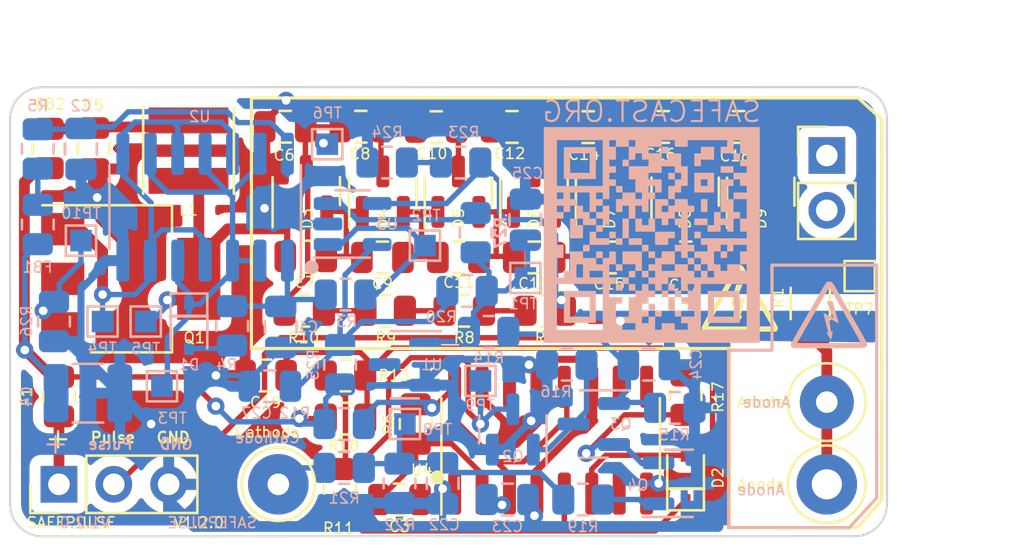
<source format=kicad_pcb>
(kicad_pcb (version 20210228) (generator pcbnew)
  (title_block (title "Safepulse") (date "2021-04-10") (rev "V1.2.0"))
  (layers (0 "F.Cu" signal) (31 "B.Cu" signal) (34 "B.Paste" user) (35 "F.Paste" user) (36 "B.SilkS" user "B.Silkscreen") (37 "F.SilkS" user "F.Silkscreen") (38 "B.Mask" user) (39 "F.Mask" user) (44 "Edge.Cuts" user))
  (net 0 "")
  (net 1 "Net-(C1-Pad1)")
  (net 2 "Net-(C3-Pad1)")
  (net 3 "GND")
  (net 4 "Net-(C5-Pad1)")
  (net 5 "Net-(C7-Pad1)")
  (net 6 "Net-(C7-Pad2)")
  (net 7 "Net-(C24-Pad1)")
  (net 8 "+3V3")
  (net 9 "Net-(Q2-Pad3)")
  (net 10 "Net-(Q2-Pad1)")
  (net 11 "Net-(C2-Pad1)")
  (net 12 "Net-(D1-Pad1)")
  (net 13 "+1V2")
  (net 14 "Net-(Q1-Pad1)")
  (net 15 "Net-(D1-Pad2)")
  (net 16 "Net-(D2-Pad1)")
  (net 17 "Net-(C22-Pad1)")
  (net 18 "Net-(FB1-Pad2)")
  (net 19 "Net-(H1-Pad1)")
  (net 20 "Net-(H2-Pad1)")
  (net 21 "Net-(R8-Pad2)")
  (net 22 "Net-(C19-Pad1)")
  (net 23 "Net-(R23-Pad1)")
  (net 24 "Net-(D2-Pad2)")
  (net 25 "Net-(F1-Pad1)")
  (net 26 "Net-(R10-Pad2)")
  (net 27 "Net-(C23-Pad1)")
  (net 35 "Net-(Q3-Pad2)")
  (net 36 "Net-(Q4-Pad1)")
  (net 37 "Net-(R7-Pad2)")
  (net 38 "Net-(C27-Pad1)")
  (net 39 "Net-(Q1-Pad3)")
  (net 40 "Net-(R3-Pad2)")
  (net 41 "Net-(R23-Pad2)")
  (net 42 "Net-(R27-Pad2)")
  (net 43 "Net-(D3-Pad3)")
  (net 44 "Net-(D4-Pad3)")
  (net 45 "Net-(D4-Pad2)")
  (net 46 "Net-(D5-Pad3)")
  (net 47 "Net-(D5-Pad2)")
  (net 48 "Net-(D6-Pad3)")
  (net 49 "Net-(D6-Pad2)")
  (net 50 "Net-(D7-Pad3)")
  (net 51 "Net-(D7-Pad2)")
  (net 52 "Net-(D8-Pad3)")
  (net 53 "Net-(D8-Pad2)")
  (net 54 "Net-(D9-Pad2)")
  (footprint "Capacitor_SMD:C_0805_2012Metric" (layer "F.Cu") (at 147 65.05)
    (fp_text reference "C11")
    (fp_text value "0.1uF" hide)
  )
  (footprint "Resistor_SMD:R_0805_2012Metric" (layer "F.Cu") (at 128.5 71.501 90)
    (fp_text reference "F1")
    (fp_text value "Polyfuse" hide)
  )
  (footprint "Connector_PinHeader_2.54mm:PinHeader_1x02_P2.54mm_Vertical" (layer "F.Cu") (at 164.06 60.325)
    (fp_text reference "two_pinheader1" hide)
    (fp_text value "Conn_01x03_Male" hide)
  )
  (footprint "Capacitor_SMD:C_0805_2012Metric" (layer "F.Cu") (at 143.48 65.05)
    (fp_text reference "C9")
    (fp_text value "0.1uF" hide)
  )
  (footprint "TestPoint:TestPoint_Loop_D3.50mm_Drill1.4mm_Beaded" (layer "F.Cu") (at 164.06 71.755 90)
    (fp_text reference "H2" hide)
    (fp_text value "Anode")
  )
  (footprint "TestPoint:TestPoint_Loop_D3.50mm_Drill1.4mm_Beaded" (layer "F.Cu") (at 164.06 75.565)
    (fp_text reference "H4" hide)
    (fp_text value "Anode")
  )
  (footprint "Package_TO_SOT_SMD:SOT-23" (layer "F.Cu") (at 157.5 62 90)
    (fp_text reference "D8")
    (fp_text value "BAV23S" hide)
  )
  (footprint "Package_TO_SOT_SMD:SOT-23" (layer "F.Cu") (at 143.5 62 90)
    (fp_text reference "D4")
    (fp_text value "BAV23S" hide)
  )
  (footprint "Capacitor_SMD:C_0805_2012Metric" (layer "F.Cu") (at 149.48 59)
    (fp_text reference "C12")
    (fp_text value "0.1uF" hide)
  )
  (footprint "Capacitor_SMD:C_0805_2012Metric" (layer "F.Cu") (at 150.51 65.05)
    (fp_text reference "C13")
    (fp_text value "0.1uF" hide)
  )
  (footprint "Resistor_SMD:R_0805_2012Metric" (layer "F.Cu") (at 157.52 71.4325 -90)
    (fp_text reference "R17")
    (fp_text value "499k" hide)
  )
  (footprint "Capacitor_SMD:C_0805_2012Metric" (layer "F.Cu") (at 145.97 59.01)
    (fp_text reference "C10")
    (fp_text value "0.1uF" hide)
  )
  (footprint "Package_TO_SOT_SMD:SOT-23" (layer "F.Cu") (at 139.954 61.976 90)
    (fp_text reference "D3")
    (fp_text value "BAV23S" hide)
  )
  (footprint "Resistor_SMD:R_0805_2012Metric" (layer "F.Cu") (at 147.27 67.52 180)
    (fp_text reference "R8")
    (fp_text value "22M" hide)
  )
  (footprint "Resistor_SMD:R_0805_2012Metric" (layer "F.Cu") (at 128.02 60 90)
    (fp_text reference "FB2")
    (fp_text value "74279220321" hide)
  )
  (footprint "Resistor_SMD:R_0805_2012Metric" (layer "F.Cu") (at 151.02 67.52 180)
    (fp_text reference "R7")
    (fp_text value "22M" hide)
  )
  (footprint "Resistor_SMD:R_0805_2012Metric" (layer "F.Cu") (at 145.02 72.77 -90)
    (fp_text reference "R6")
    (fp_text value "121k" hide)
  )
  (footprint "Capacitor_SMD:C_0805_2012Metric" (layer "F.Cu") (at 154.03 65.05)
    (fp_text reference "C15")
    (fp_text value "0.1uF" hide)
  )
  (footprint "Package_TO_SOT_SMD:SOT-23" (layer "F.Cu") (at 150.5 62 90)
    (fp_text reference "D6")
    (fp_text value "BAV23S" hide)
  )
  (footprint "TestPoint:TestPoint_Loop_D2.60mm_Drill1.4mm_Beaded" (layer "F.Cu") (at 138.66 75.565)
    (fp_text reference "H1" hide)
    (fp_text value "Cathode")
  )
  (footprint "Package_TO_SOT_SMD:SOT-23" (layer "F.Cu") (at 154 62 90)
    (fp_text reference "D7")
    (fp_text value "BAV23S" hide)
  )
  (footprint "Capacitor_SMD:C_0805_2012Metric" (layer "F.Cu") (at 138.98 58.99)
    (fp_text reference "C6")
    (fp_text value "0.1uF" hide)
  )
  (footprint "Capacitor_SMD:C_0805_2012Metric" (layer "F.Cu") (at 130.1 60 -90)
    (fp_text reference "C5")
    (fp_text value "10uF" hide)
  )
  (footprint "Connector_PinHeader_2.54mm:PinHeader_1x03_P2.54mm_Vertical" (layer "F.Cu") (at 128.5 75.565 90)
    (fp_text reference "J1" hide)
    (fp_text value "Conn_01x03_Male" hide)
  )
  (footprint "Symbol:HV warning" (layer "F.Cu") (at 159.996 66.929)
    (fp_text reference "G3" hide)
    (fp_text value "LOGO" hide)
  )
  (footprint "Resistor_SMD:R_1206_3216Metric" (layer "F.Cu") (at 163.298 67.183 -90)
    (fp_text reference "R1")
    (fp_text value "4.7M" hide)
  )
  (footprint "Capacitor_SMD:C_0805_2012Metric" (layer "F.Cu") (at 157.53 65.05)
    (fp_text reference "C17")
    (fp_text value "0.1uF" hide)
  )
  (footprint "Resistor_SMD:R_0805_2012Metric" (layer "F.Cu") (at 141.77 72.52 180)
    (fp_text reference "R18")
    (fp_text value "1k" hide)
  )
  (footprint "Capacitor_SMD:C_0805_2012Metric" (layer "F.Cu") (at 139.93 65.01)
    (fp_text reference "C7")
    (fp_text value "0.1uF" hide)
  )
  (footprint "Capacitor_SMD:C_0805_2012Metric" (layer "F.Cu") (at 153.01 59.01)
    (fp_text reference "C14")
    (fp_text value "0.1uF" hide)
  )
  (footprint "Inductor_SMD:L_Taiyo-Yuden_MD-4040" (layer "F.Cu") (at 134.5 60.1 -90)
    (fp_text reference "L1")
    (fp_text value "4.7uH" hide)
  )
  (footprint "Resistor_SMD:R_0805_2012Metric" (layer "F.Cu") (at 141.52 75.77 90)
    (fp_text reference "R11")
    (fp_text value "33k" hide)
  )
  (footprint "Resistor_SMD:R_0805_2012Metric" (layer "F.Cu") (at 139.858 67.52)
    (fp_text reference "R10")
    (fp_text value "22M" hide)
  )
  (footprint "Capacitor_SMD:C_0805_2012Metric" (layer "F.Cu") (at 159.97 59)
    (fp_text reference "C18")
    (fp_text value "0.1uF" hide)
  )
  (footprint "Resistor_SMD:R_0805_2012Metric" (layer "F.Cu") (at 143.608 67.52 180)
    (fp_text reference "R9")
    (fp_text value "22M" hide)
  )
  (footprint "Resistor_SMD:R_0805_2012Metric" (layer "F.Cu") (at 141.77 70.52 180)
    (fp_text reference "R13")
    (fp_text value "100k" hide)
  )
  (footprint "Capacitor_SMD:C_0805_2012Metric" (layer "F.Cu") (at 156.49 59)
    (fp_text reference "C16")
    (fp_text value "0.1uF" hide)
  )
  (footprint "Symbol:QR_code_SafePulse" (layer "F.Cu") (at 155.956 64.008)
    (fp_text reference "G***" hide)
    (fp_text value "LOGO" hide)
  )
  (footprint "Package_SO:SOIC-16_3.9x9.9mm_P1.27mm" (layer "F.Cu") (at 151.27 73.52 90)
    (fp_text reference "U4")
    (fp_text value "CD14538BM" hide)
  )
  (footprint "Package_TO_SOT_SMD:SOT-223-3_TabPin4" (layer "F.Cu") (at 131.826 66.04)
    (fp_text reference "Q1")
    (fp_text value "FQT7N10L" hide)
  )
  (footprint "Package_TO_SOT_SMD:SOT-23" (layer "F.Cu") (at 161 62 90)
    (fp_text reference "D9")
    (fp_text value "BAV23S" hide)
  )
  (footprint "Diode_SMD:D_SOD-323" (layer "F.Cu") (at 157.52 75.27 90)
    (fp_text reference "D2")
    (fp_text value "BAS16J" hide)
  )
  (footprint "TestPoint:TestPoint_Pad_1.0x1.0mm" (layer "F.Cu") (at 165.584 65.913)
    (fp_text reference "TP7")
    (fp_text value "TestPoint" hide)
  )
  (footprint "Capacitor_SMD:C_0805_2012Metric" (layer "F.Cu") (at 138.07 70.52 180)
    (fp_text reference "C19")
    (fp_text value "10uF" hide)
  )
  (footprint "Capacitor_SMD:C_0805_2012Metric" (layer "F.Cu") (at 142.48 58.99)
    (fp_text reference "C8")
    (fp_text value "0.1uF" hide)
  )
  (footprint "Package_TO_SOT_SMD:SOT-23" (layer "F.Cu") (at 147 62 90)
    (fp_text reference "D5")
    (fp_text value "BAV23S" hide)
  )
  (footprint "Capacitor_SMD:C_0805_2012Metric" (layer "F.Cu") (at 144.27 76.27)
    (fp_text reference "C3")
    (fp_text value "1nF" hide)
  )
  (footprint "TestPoint:TestPoint_Pad_1.0x1.0mm" (layer "B.Cu") (at 132.52 68.02 180)
    (fp_text reference "TP5")
    (fp_text value "TestPoint" hide)
  )
  (footprint "Resistor_SMD:R_0805_2012Metric" (layer "B.Cu") (at 141.708 74.803)
    (fp_text reference "R21")
    (fp_text value "47k" hide)
  )
  (footprint "TestPoint:TestPoint_Pad_1.0x1.0mm" (layer "B.Cu") (at 150.1 66 180)
    (fp_text reference "TP1")
    (fp_text value "TestPoint" hide)
  )
  (footprint "Resistor_SMD:R_0805_2012Metric" (layer "B.Cu") (at 141.708 72.771)
    (fp_text reference "R12")
    (fp_text value "100" hide)
  )
  (footprint "Package_TO_SOT_SMD:SOT-23" (layer "B.Cu") (at 153.27 72.77 180)
    (fp_text reference "Q3")
    (fp_text value "MMBT3906" hide)
  )
  (footprint "TestPoint:TestPoint_Pad_1.0x1.0mm" (layer "B.Cu") (at 140.92625 59.8 180)
    (fp_text reference "TP6")
    (fp_text value "TestPoint" hide)
  )
  (footprint "Resistor_SMD:R_0805_2012Metric" (layer "B.Cu") (at 143.7 60.65 180)
    (fp_text reference "R24")
    (fp_text value "33k" hide)
  )
  (footprint "Capacitor_SMD:C_0805_2012Metric" (layer "B.Cu") (at 149.27 76.27)
    (fp_text reference "C23")
    (fp_text value "10uF" hide)
  )
  (footprint "Capacitor_SMD:C_0805_2012Metric" (layer "B.Cu") (at 129.52 60.02 -90)
    (fp_text reference "C2")
    (fp_text value "10uF" hide)
  )
  (footprint "TestPoint:TestPoint_Pad_1.0x1.0mm" (layer "B.Cu") (at 133.27 71.02 180)
    (fp_text reference "TP3")
    (fp_text value "TestPoint" hide)
  )
  (footprint "Capacitor_SMD:C_0805_2012Metric" (layer "B.Cu") (at 155.82 70.02)
    (fp_text reference "C24")
    (fp_text value "10nF" hide)
  )
  (footprint "Resistor_SMD:R_0805_2012Metric" (layer "B.Cu") (at 141.52 70.02 90)
    (fp_text reference "R25")
    (fp_text value "100" hide)
  )
  (footprint "Resistor_SMD:R_0805_2012Metric" (layer "B.Cu") (at 144.27 75.52 -90)
    (fp_text reference "R22")
    (fp_text value "20k" hide)
  )
  (footprint "Diode_SMD:D_SOD-323" (layer "B.Cu") (at 134.52 68.22 -90)
    (fp_text reference "D1")
    (fp_text value "BAS16J" hide)
  )
  (footprint "Resistor_SMD:R_0805_2012Metric" (layer "B.Cu") (at 127.52 60.02 -90)
    (fp_text reference "R5")
    (fp_text value "100" hide)
  )
  (footprint "Package_TO_SOT_SMD:SOT-23-5" (layer "B.Cu") (at 142.1 63.5)
    (fp_text reference "U3")
    (fp_text value "TLV271IDBVT" hide)
  )
  (footprint "Capacitor_SMD:C_0805_2012Metric" (layer "B.Cu") (at 146.27 75.52 -90)
    (fp_text reference "C22")
    (fp_text value "390pF" hide)
  )
  (footprint "Package_TO_SOT_SMD:SOT-23" (layer "B.Cu") (at 157.2 75.52)
    (fp_text reference "Q4")
    (fp_text value "MMBT3906" hide)
  )
  (footprint "Resistor_SMD:R_0805_2012Metric" (layer "B.Cu") (at 147.4 66.6)
    (fp_text reference "R20")
    (fp_text value "118K" hide)
  )
  (footprint "Package_TO_SOT_SMD:SOT-23" (layer "B.Cu") (at 149.52 73.02 90)
    (fp_text reference "Q2")
    (fp_text value "BC846A" hide)
  )
  (footprint "Symbol:HV warning" (layer "B.Cu") (at 164.2 67.7 180)
    (fp_text reference "G2" hide)
    (fp_text value "LOGO" hide)
  )
  (footprint "TestPoint:TestPoint_Pad_1.0x1.0mm" (layer "B.Cu") (at 129.52 64.27 180)
    (fp_text reference "TP10")
    (fp_text value "TestPoint" hide)
  )
  (footprint "Resistor_SMD:R_0805_2012Metric" (layer "B.Cu") (at 147.1 60.65 180)
    (fp_text reference "R23")
    (fp_text value "1.54M" hide)
  )
  (footprint "Capacitor_SMD:C_0805_2012Metric" (layer "B.Cu") (at 138.77 68.27 -90)
    (fp_text reference "C1")
    (fp_text value "150pF" hide)
  )
  (footprint "Resistor_SMD:R_0805_2012Metric" (layer "B.Cu") (at 148.4 68.5)
    (fp_text reference "R14")
    (fp_text value "357k" hide)
  )
  (footprint "TestPoint:TestPoint_Pad_1.0x1.0mm" (layer "B.Cu") (at 145.45 64.5 180)
    (fp_text reference "TP2")
    (fp_text value "TestPoint" hide)
  )
  (footprint "TestPoint:TestPoint_Pad_1.0x1.0mm" (layer "B.Cu") (at 144.52 72.77 180)
    (fp_text reference "TP8")
    (fp_text value "TestPoint" hide)
  )
  (footprint "TestPoint:TestPoint_Pad_1.0x1.0mm" (layer "B.Cu") (at 148.02 70.77 180)
    (fp_text reference "TP9")
    (fp_text value "TestPoint" hide)
  )
  (footprint "Package_SO:SOIC-14_3.9x8.7mm_P1.27mm" (layer "B.Cu") (at 135.27 62.72 90)
    (fp_text reference "U2")
    (fp_text value "74HC14" hide)
  )
  (footprint "Resistor_SMD:R_0805_2012Metric" (layer "B.Cu") (at 128.27 68.02 -90)
    (fp_text reference "R26")
    (fp_text value "0.1E" hide)
  )
  (footprint "Capacitor_SMD:C_0805_2012Metric" (layer "B.Cu") (at 138.27 71.02 180)
    (fp_text reference "C27")
    (fp_text value "10uF" hide)
  )
  (footprint "Resistor_SMD:R_0805_2012Metric" (layer "B.Cu") (at 141.77 66.77)
    (fp_text reference "R3")
    (fp_text value "100K" hide)
  )
  (footprint "Resistor_SMD:R_0805_2012Metric" (layer "B.Cu") (at 136.52 68.22 -90)
    (fp_text reference "R4")
    (fp_text value "10K" hide)
  )
  (footprint "Resistor_SMD:R_0805_2012Metric" (layer "B.Cu") (at 157.02 72.02)
    (fp_text reference "R15")
    (fp_text value "392k" hide)
  )
  (footprint "TestPoint:TestPoint_Pad_1.0x1.0mm" (layer "B.Cu") (at 130.52 68.02 180)
    (fp_text reference "TP4")
    (fp_text value "TestPoint" hide)
  )
  (footprint "Package_TO_SOT_SMD:SOT-23" (layer "B.Cu") (at 144.52 70.02 180)
    (fp_text reference "U1")
    (fp_text value "TS4061AILT-1.25" hide)
  )
  (footprint "Resistor_SMD:R_0805_2012Metric" (layer "B.Cu") (at 152.02 70.02 180)
    (fp_text reference "R16")
    (fp_text value "1M" hide)
  )
  (footprint "Capacitor_SMD:C_0805_2012Metric" (layer "B.Cu") (at 150.1 63.3 90)
    (fp_text reference "C25")
    (fp_text value "10nF" hide)
  )
  (footprint "Resistor_SMD:R_0805_2012Metric" (layer "B.Cu") (at 127.52 63.52 90)
    (fp_text reference "FB1")
    (fp_text value "74279220321" hide)
  )
  (footprint "Resistor_SMD:R_0805_2012Metric" (layer "B.Cu") (at 147.8 63.9 90)
    (fp_text reference "R27")
    (fp_text value "1.54M" hide)
  )
  (footprint "Capacitor_SMD:C_1210_3225Metric" (layer "B.Cu") (at 129.843 71.3415)
    (fp_text reference "C4")
    (fp_text value "47uF" hide)
  )
  (footprint "Resistor_SMD:R_0805_2012Metric" (layer "B.Cu") (at 152.77 76.27 180)
    (fp_text reference "R19")
    (fp_text value "100k" hide)
  )
  (gr_line (start 159.512 77.575) (end 165.1 77.575) (layer "B.SilkS") (width 0.15))
  (gr_line (start 166.37 76.2) (end 165.1 77.575) (layer "B.SilkS") (width 0.15))
  (gr_line (start 159.512 69.35) (end 161.52 69.35) (layer "B.SilkS") (width 0.15))
  (gr_line (start 161.52 65.405) (end 166.37 65.405) (layer "B.SilkS") (width 0.15))
  (gr_line (start 133.67 67.77) (end 135.37 67.77) (layer "B.SilkS") (width 0.15))
  (gr_line (start 166.37 65.405) (end 166.37 76.2) (layer "B.SilkS") (width 0.15))
  (gr_line (start 159.512 71.5) (end 159.512 77.575) (layer "B.SilkS") (width 0.15))
  (gr_circle (center 140.2 65.5) (end 139.95 65.5) (layer "B.SilkS") (width 0.15) (fill solid))
  (gr_line (start 161.52 69.35) (end 161.52 65.405) (layer "B.SilkS") (width 0.15))
  (gr_line (start 159.512 71.5) (end 159.512 69.35) (layer "B.SilkS") (width 0.15))
  (gr_circle (center 146.02 75.245) (end 146.27 75.245) (layer "F.SilkS") (width 0.15) (fill solid))
  (gr_line (start 137.414 69.27) (end 159.56 69.27) (layer "F.SilkS") (width 0.15))
  (gr_line (start 158.37 75.77) (end 156.67 75.77) (layer "F.SilkS") (width 0.15))
  (gr_line (start 159.56 69.27) (end 159.56 77.57) (layer "F.SilkS") (width 0.15))
  (gr_line (start 159.56 77.57) (end 165.471 77.580787) (layer "F.SilkS") (width 0.15))
  (gr_line (start 137.414 69.27) (end 137.414 57.658) (layer "F.SilkS") (width 0.15))
  (gr_line (start 166.597 76.3) (end 165.471 77.580787) (layer "F.SilkS") (width 0.15))
  (gr_line (start 166.604 58.658) (end 166.597 76.3) (layer "F.SilkS") (width 0.15))
  (gr_line (start 165.52 57.658) (end 137.414 57.658) (layer "F.SilkS") (width 0.15))
  (gr_line (start 165.52 57.658) (end 166.604 58.658) (layer "F.SilkS") (width 0.15))
  (gr_arc (start 165.347 76.47) (end 166.847 76.47) (angle 90) (layer "Edge.Cuts") (width 0.1))
  (gr_line (start 165.347 77.97) (end 127.738 77.978) (layer "Edge.Cuts") (width 0.1))
  (gr_line (start 166.847 58.65) (end 166.847 76.47) (layer "Edge.Cuts") (width 0.1))
  (gr_arc (start 165.347 58.65) (end 165.347 57.15) (angle 90) (layer "Edge.Cuts") (width 0.1))
  (gr_arc (start 127.738 76.478) (end 127.738 77.978) (angle 90) (layer "Edge.Cuts") (width 0.1))
  (gr_line (start 127.738 57.158) (end 165.347 57.15) (layer "Edge.Cuts") (width 0.1))
  (gr_line (start 126.238 76.478) (end 126.238 58.658) (layer "Edge.Cuts") (width 0.1))
  (gr_arc (start 127.738 58.658) (end 126.238 58.658) (angle 90) (layer "Edge.Cuts") (width 0.1))
  (gr_text "GND\n" (at 133.925 73.7) (layer "B.SilkS") (effects (font (size 0.5 0.5) (thickness 0.1)) (justify mirror)))
  (gr_text "SAFECAST.ORG" (at 155.956 58.29) (layer "B.SilkS") (effects (font (size 0.95 0.95) (thickness 0.1)) (justify mirror)))
  (gr_text "+" (at 128.341 73.64) (layer "B.SilkS") (effects (font (size 1 1) (thickness 0.1)) (justify mirror)))
  (gr_text "SAFEPULSE       V1.2.0\n" (at 133.096 77.343) (layer "B.SilkS") (effects (font (size 0.5 0.5) (thickness 0.075)) (justify mirror)))
  (gr_text "Pulse" (at 130.881 73.7) (layer "B.SilkS") (effects (font (size 0.5 0.5) (thickness 0.1)) (justify mirror)))
  (gr_text "SAFEPULSE       V1.2.0\n" (at 131.572 77.343) (layer "F.SilkS") (effects (font (size 0.5 0.5) (thickness 0.075))))
  (gr_text "+" (at 128.46 73.4) (layer "F.SilkS") (effects (font (size 1 1) (thickness 0.1))))
  (gr_text "Pulse" (at 131 73.4) (layer "F.SilkS") (effects (font (size 0.5 0.5) (thickness 0.1))))
  (gr_text "GND\n" (at 133.794 73.4) (layer "F.SilkS") (effects (font (size 0.5 0.5) (thickness 0.1))))
  (segment (start 140.6275 67) (end 140.8575 66.77) (width 0.25) (layer "B.Cu") (net 1))
  (segment (start 138.77 67.32) (end 139.09 67) (width 0.25) (layer "B.Cu") (net 1))
  (segment (start 138.758 67.3075) (end 138.77 67.32) (width 0.25) (layer "B.Cu") (net 1))
  (segment (start 139.08 65.195) (end 139.08 67.01) (width 0.25) (layer "B.Cu") (net 1))
  (segment (start 139.08 67.01) (end 138.77 67.32) (width 0.25) (layer "B.Cu") (net 1))
  (segment (start 139.09 67) (end 140.6275 67) (width 0.25) (layer "B.Cu") (net 1))
  (segment (start 136.52 67.3075) (end 138.758 67.3075) (width 0.25) (layer "B.Cu") (net 1))
  (segment (start 143.32 76.27) (end 145.02 74.57) (width 0.25) (layer "F.Cu") (net 2))
  (segment (start 148.095 75.095) (end 146.6825 73.6825) (width 0.25) (layer "F.Cu") (net 2))
  (segment (start 148.095 76.695) (end 148.095 75.995) (width 0.25) (layer "F.Cu") (net 2))
  (segment (start 145.02 74.57) (end 145.02 73.6825) (width 0.25) (layer "F.Cu") (net 2))
  (segment (start 148.095 75.995) (end 148.095 75.095) (width 0.25) (layer "F.Cu") (net 2))
  (segment (start 146.6825 73.6825) (end 145.02 73.6825) (width 0.25) (layer "F.Cu") (net 2))
  (segment (start 150.52 75.02) (end 150.52 75.88) (width 0.3302) (layer "F.Cu") (net 3))
  (segment (start 153.175 71.045) (end 153.175 72.365) (width 0.3302) (layer "F.Cu") (net 3))
  (segment (start 130.5 62.04) (end 130.27 62.27) (width 0.5) (layer "F.Cu") (net 3))
  (segment (start 153.175 72.365) (end 150.52 75.02) (width 0.3302) (layer "F.Cu") (net 3))
  (segment (start 149.97 73.02) (end 150.3682 72.6218) (width 0.3302) (layer "F.Cu") (net 3))
  (segment (start 148.095 71.045) (end 148.095 71.595) (width 0.3302) (layer "F.Cu") (net 3))
  (segment (start 130.5 60.95) (end 130.5 62.04) (width 0.5) (layer "F.Cu") (net 3))
  (segment (start 155.795 75.995) (end 155.715 75.995) (width 0.3302) (layer "F.Cu") (net 3))
  (segment (start 146.825 76.467) (end 146.825 75.995) (width 0.3302) (layer "F.Cu") (net 3))
  (segment (start 146.495 75.995) (end 146.825 75.995) (width 0.3302) (layer "F.Cu") (net 3))
  (segment (start 156.27 75.52) (end 155.795 75.995) (width 0.3302) (layer "F.Cu") (net 3))
  (segment (start 135.77 70.52) (end 137.12 70.52) (width 0.3302) (layer "F.Cu") (net 3))
  (segment (start 138.02 59.03) (end 138.05 59) (width 0.3302) (layer "F.Cu") (net 3))
  (segment (start 151 69.77) (end 152.83 69.77) (width 0.3302) (layer "F.Cu") (net 3))
  (segment (start 145.77 76.27) (end 146.27 75.77) (width 0.3302) (layer "F.Cu") (net 3))
  (segment (start 146.27 75.77) (end 146.495 75.995) (width 0.3302) (layer "F.Cu") (net 3))
  (segment (start 150.52 75.88) (end 150.635 75.995) (width 0.3302) (layer "F.Cu") (net 3))
  (segment (start 148.095 71.595) (end 149.52 73.02) (width 0.3302) (layer "F.Cu") (net 3))
  (segment (start 138.05 59) (end 138.05 58.65) (width 0.3302) (layer "F.Cu") (net 3))
  (segment (start 152.83 69.77) (end 153.175 70.115) (width 0.3302) (layer "F.Cu") (net 3))
  (segment (start 157.27 75.52) (end 156.27 75.52) (width 0.3302) (layer "F.Cu") (net 3))
  (segment (start 138.05 58.74) (end 139.02 57.77) (width 0.3302) (layer "F.Cu") (net 3))
  (segment (start 138.02 62.77) (end 138.02 59.03) (width 0.3302) (layer "F.Cu") (net 3))
  (segment (start 138.05 59) (end 138.05 58.74) (width 0.3302) (layer "F.Cu") (net 3))
  (segment (start 150.635 70.135) (end 151 69.77) (width 0.3302) (layer "F.Cu") (net 3))
  (segment (start 145.22 76.27) (end 145.77 76.27) (width 0.3302) (layer "F.Cu") (net 3))
  (segment (start 153.175 70.115) (end 153.175 71.045) (width 0.3302) (layer "F.Cu") (net 3))
  (segment (start 149.52 73.02) (end 149.97 73.02) (width 0.3302) (layer "F.Cu") (net 3))
  (segment (start 150.635 71.045) (end 150.635 70.135) (width 0.3302) (layer "F.Cu") (net 3))
  (via (at 154.5 68) (size 0.8) (drill 0.4) (layers "F.Cu" "B.Cu") (net 3))
  (via (at 146.27 75.77) (size 0.8) (drill 0.4) (layers "F.Cu" "B.Cu") (net 3))
  (via (at 150.27 70.02) (size 0.8) (drill 0.4) (layers "F.Cu" "B.Cu") (net 3))
  (via (at 150.52 77.02) (size 0.8) (drill 0.4) (layers "F.Cu" "B.Cu") (net 3))
  (via (at 132.77 72.77) (size 0.8) (drill 0.4) (layers "F.Cu" "B.Cu") (net 3))
  (via (at 138.02 62.77) (size 0.8) (drill 0.4) (layers "F.Cu" "B.Cu") (net 3))
  (via (at 156.27 75.52) (size 0.8) (drill 0.4) (layers "F.Cu" "B.Cu") (net 3))
  (via (at 150.3682 72.6218) (size 0.8) (drill 0.4) (layers "F.Cu" "B.Cu") (net 3))
  (via (at 135.77 70.52) (size 0.8) (drill 0.4) (layers "F.Cu" "B.Cu") (net 3))
  (via (at 130.27 62.27) (size 0.8) (drill 0.4) (layers "F.Cu" "B.Cu") (net 3))
  (via (at 139.02 57.77) (size 0.8) (drill 0.4) (layers "F.Cu" "B.Cu") (net 3))
  (segment (start 149.8575 69.77) (end 150.1075 70.02) (width 0.3302) (layer "B.Cu") (net 3))
  (segment (start 157.932 73.1137) (end 157.9325 73.1132) (width 0.3302) (layer "B.Cu") (net 3))
  (segment (start 145.4575 70.97) (end 145.5075 71.02) (width 0.3302) (layer "B.Cu") (net 3))
  (segment (start 139.02 57.77) (end 139.25 58) (width 0.3302) (layer "B.Cu") (net 3))
  (segment (start 131.46 65.195) (end 131.46 64.21) (width 0.3302) (layer "B.Cu") (net 3))
  (segment (start 129.1675 68.9325) (end 129.1675 69.191) (width 0.5) (layer "B.Cu") (net 3))
  (segment (start 131.318 70.612) (end 131.318 70.568) (width 0.25) (layer "B.Cu") (net 3))
  (segment (start 131.318 71.3415) (end 131.342 71.3415) (width 0.25) (layer "B.Cu") (net 3))
  (segment (start 157.932 75.3145) (end 158.1375 75.52) (width 0.3302) (layer "B.Cu") (net 3))
  (segment (start 137.52 70.52) (end 135.77 70.52) (width 0.25) (layer "B.Cu") (net 3))
  (segment (start 129.3575 68.9325) (end 129.52 68.77) (width 0.3302) (layer "B.Cu") (net 3))
  (segment (start 149.0325 73.9575) (end 148.57 73.9575) (width 0.3302) (layer "B.Cu") (net 3))
  (segment (start 131.46 64.21) (end 130.27 63.02) (width 0.3302) (layer "B.Cu") (net 3))
  (segment (start 146.27 76.47) (end 146.27 77.52) (width 0.3302) (layer "B.Cu") (net 3))
  (segment (start 133.58 75.565) (end 133.58 76.33) (width 0.3302) (layer "B.Cu") (net 3))
  (segment (start 139.27 62.77) (end 140 63.5) (width 0.3302) (layer "B.Cu") (net 3))
  (segment (start 138.02 62.77) (end 139.27 62.77) (width 0.3302) (layer "B.Cu") (net 3))
  (segment (start 156.27 75.52) (end 157.4575 75.52) (width 0.3302) (layer "B.Cu") (net 3))
  (segment (start 156.77 70.02) (end 157.932 71.1825) (width 0.3302) (layer "B.Cu") (net 3))
  (segment (start 150.22 76.27) (end 150.22 77.47) (width 0.3302) (layer "B.Cu") (net 3))
  (segment (start 133.58 75.565) (end 133.58 74.21) (width 0.3302) (layer "B.Cu") (net 3))
  (segment (start 133.58 72.71) (end 133.58 74.21) (width 0.3302) (layer "B.Cu") (net 3))
  (segment (start 146.52 69.77) (end 149.8575 69.77) (width 0.3302) (layer "B.Cu") (net 3))
  (segment (start 130.845 65.195) (end 129.52 66.52) (width 0.3302) (layer "B.Cu") (net 3))
  (segment (start 157.458 77.3325) (end 157.27 77.52) (width 0.3302) (layer "B.Cu") (net 3))
  (segment (start 144.27 76.4325) (end 144.27 77.52) (width 0.3302) (layer "B.Cu") (net 3))
  (segment (start 133.58 73.6035) (end 131.318 71.3415) (width 0.5) (layer "B.Cu") (net 3))
  (segment (start 148.0383 73.9575) (end 148.57 73.9575) (width 0.3302) (layer "B.Cu") (net 3))
  (segment (start 145.4575 70.8325) (end 146.52 69.77) (width 0.3302) (layer "B.Cu") (net 3))
  (segment (start 138.77 69.22) (end 138.77 69.27) (width 0.25) (layer "B.Cu") (net 3))
  (segment (start 139.25 58) (end 163.5 58) (width 0.3302) (layer "B.Cu") (net 3))
  (segment (start 145.4575 70.97) (end 145.4575 70.8325) (width 0.3302) (layer "B.Cu") (net 3))
  (segment (start 128.52 68.9325) (end 129.3575 68.9325) (width 0.5) (layer "B.Cu") (net 3))
  (segment (start 145.5075 71.02) (end 146.6777 71.02) (width 0.3302) (layer "B.Cu") (net 3))
  (segment (start 157.458 75.52) (end 157.458 77.3325) (width 0.3302) (layer "B.Cu") (net 3))
  (segment (start 138.77 69.22) (end 138.57 69.22) (width 0.25) (layer "B.Cu") (net 3))
  (segment (start 133.58 76.33) (end 134.77 77.52) (width 0.5) (layer "B.Cu") (net 3))
  (segment (start 130.27 63.02) (end 130.27 62.27) (width 0.3302) (layer "B.Cu") (net 3))
  (segment (start 138.77 69.27) (end 137.52 70.52) (width 0.25) (layer "B.Cu") (net 3))
  (segment (start 146.6777 72.5969) (end 148.0383 73.9575) (width 0.3302) (layer "B.Cu") (net 3))
  (segment (start 129.1675 69.191) (end 131.318 71.3415) (width 0.5) (layer "B.Cu") (net 3))
  (segment (start 134.77 77.52) (end 159.02 77.52) (width 0.5) (layer "B.Cu") (net 3))
  (segment (start 129.52 61.52) (end 129.52 60.97) (width 0.3302) (layer "B.Cu") (net 3))
  (segment (start 135.77 70.52) (end 133.58 72.71) (width 0.3302) (layer "B.Cu") (net 3))
  (segment (start 138.09 62.7) (end 138.02 62.77) (width 0.3302) (layer "B.Cu") (net 3))
  (segment (start 133.58 74.21) (end 133.58 73.6035) (width 0.3302) (layer "B.Cu") (net 3))
  (segment (start 140 63.5) (end 140.9625 63.5) (width 0.3302) (layer "B.Cu") (net 3))
  (segment (start 131.318 70.568) (end 131.318 70.612) (width 0.25) (layer "B.Cu") (net 3))
  (segment (start 146.27 75.77) (end 146.27 76.47) (width 0.3302) (layer "B.Cu") (net 3))
  (segment (start 131.318 71.3415) (end 131.318 70.612) (width 0.25) (layer "B.Cu") (net 3))
  (segment (start 150.3682 72.6218) (end 149.0325 73.9575) (width 0.3302) (layer "B.Cu") (net 3))
  (segment (start 157.9325 73.1132) (end 157.9325 72.02) (width 0.3302) (layer "B.Cu") (net 3))
  (segment (start 131.318 72.068) (end 131.318 71.3415) (width 0.5) (layer "B.Cu") (net 3))
  (segment (start 129.52 66.52) (end 129.52 68.77) (width 0.3302) (layer "B.Cu") (net 3))
  (segment (start 130.27 62.27) (end 129.52 61.52) (width 0.3302) (layer "B.Cu") (net 3))
  (segment (start 157.932 71.1825) (end 157.932 73.1137) (width 0.3302) (layer "B.Cu") (net 3))
  (segment (start 131.46 65.195) (end 130.845 65.195) (width 0.3302) (layer "B.Cu") (net 3))
  (segment (start 146.6777 71.02) (end 146.6777 72.5969) (width 0.3302) (layer "B.Cu") (net 3))
  (segment (start 157.932 73.1137) (end 157.932 75.3145) (width 0.3302) (layer "B.Cu") (net 3))
  (segment (start 151.02 69.4794) (end 151.02 70.569) (width 0.25) (layer "B.Cu") (net 3))
  (segment (start 131.318 70.568) (end 131.318 70.231) (width 0.25) (layer "B.Cu") (net 3))
  (segment (start 133.8 59) (end 133.9 58.9) (width 0.5) (layer "F.Cu") (net 4))
  (segment (start 130.5 59.25) (end 130.75 59) (width 0.5) (layer "F.Cu") (net 4))
  (segment (start 130.462 59.0875) (end 130.5 59.05) (width 0.25) (layer "F.Cu") (net 4))
  (segment (start 130.5 59.05) (end 130.5 59.25) (width 0.5) (layer "F.Cu") (net 4))
  (segment (start 130.75 59) (end 133.8 59) (width 0.5) (layer "F.Cu") (net 4))
  (segment (start 128 59.0875) (end 130.462 59.0875) (width 0.5) (layer "F.Cu") (net 4))
  (segment (start 134.05 59.05) (end 134.5 58.6) (width 0.25) (layer "F.Cu") (net 4))
  (segment (start 134.976 64.064) (end 134.976 61.876) (width 0.5) (layer "F.Cu") (net 5))
  (segment (start 134.568 61.468) (end 134.5 61.4) (width 0.25) (layer "F.Cu") (net 5))
  (segment (start 139.05 64.03) (end 139.05 65) (width 0.25) (layer "F.Cu") (net 5))
  (segment (start 139.088 63.656) (end 139.088 63.992) (width 0.25) (layer "F.Cu") (net 5))
  (segment (start 134.976 66.04) (end 134.976 64.064) (width 0.5) (layer "F.Cu") (net 5))
  (segment (start 134.5 61.4) (end 134.609 61.4) (width 0.25) (layer "F.Cu") (net 5))
  (segment (start 138.873 63.726) (end 138.943 63.656) (width 0.25) (layer "F.Cu") (net 5))
  (segment (start 136.314 63.726) (end 134.976 65.064) (width 0.5) (layer "F.Cu") (net 5))
  (segment (start 133.4 61.4) (end 134.5 61.4) (width 0.25) (layer "F.Cu") (net 5))
  (segment (start 134.976 64.064) (end 134.976 66.04) (width 0.25) (layer "F.Cu") (net 5))
  (segment (start 138.873 63.726) (end 136.314 63.726) (width 0.5) (layer "F.Cu") (net 5))
  (segment (start 139.088 63.992) (end 139.05 64.03) (width 0.25) (layer "F.Cu") (net 5))
  (segment (start 133.52 67.02) (end 133.996 67.02) (width 0.5) (layer "F.Cu") (net 5))
  (segment (start 139.004 63.5954) (end 139.004 62.9135) (width 0.25) (layer "F.Cu") (net 5))
  (segment (start 138.943 63.656) (end 139.088 63.656) (width 0.25) (layer "F.Cu") (net 5))
  (segment (start 139.088 63.992) (end 139.088 64.328) (width 0.25) (layer "F.Cu") (net 5))
  (segment (start 138.943 63.656) (end 139.004 63.5954) (width 0.25) (layer "F.Cu") (net 5))
  (segment (start 134.568 61.468) (end 134.5 61.4) (width 0.25) (layer "F.Cu") (net 5))
  (segment (start 134.976 61.876) (end 134.568 61.468) (width 0.25) (layer "F.Cu") (net 5))
  (segment (start 134.976 65.064) (end 134.976 66.04) (width 0.5) (layer "F.Cu") (net 5))
  (via (at 133.52 67.02) (size 0.8) (drill 0.4) (layers "F.Cu" "B.Cu") (net 5))
  (segment (start 133.52 67.27) (end 133.52 67.02) (width 0.25) (layer "B.Cu") (net 5))
  (segment (start 132.52 68.27) (end 133.52 67.27) (width 0.25) (layer "B.Cu") (net 5))
  (segment (start 141.756 65) (end 141.81 64.9455) (width 0.25) (layer "F.Cu") (net 6))
  (segment (start 141.81 62.9135) (end 142.526 62.9135) (width 0.25) (layer "F.Cu") (net 6))
  (segment (start 142.676 65) (end 142.638 65) (width 0.25) (layer "F.Cu") (net 6))
  (segment (start 141.81 64.9455) (end 141.81 62.9135) (width 0.25) (layer "F.Cu") (net 6))
  (segment (start 142.628 62.859) (end 142.55 62.9375) (width 0.25) (layer "F.Cu") (net 6))
  (segment (start 142.638 65) (end 141.756 65) (width 0.25) (layer "F.Cu") (net 6))
  (segment (start 140.95 65) (end 140.912 65) (width 0.25) (layer "F.Cu") (net 6))
  (segment (start 141.756 65) (end 140.95 65) (width 0.25) (layer "F.Cu") (net 6))
  (segment (start 140.904 62.9135) (end 141.81 62.9135) (width 0.25) (layer "F.Cu") (net 6))
  (segment (start 142.526 62.9135) (end 142.55 62.9375) (width 0.25) (layer "F.Cu") (net 6))
  (segment (start 156.1075 72.02) (end 155.8575 71.77) (width 0.25) (layer "B.Cu") (net 7))
  (segment (start 154.87 70.02) (end 154.77 70.02) (width 0.25) (layer "B.Cu") (net 7))
  (segment (start 155.8575 71.77) (end 154.2575 71.77) (width 0.25) (layer "B.Cu") (net 7))
  (segment (start 154.87 70.02) (end 154.87 71.1575) (width 0.25) (layer "B.Cu") (net 7))
  (segment (start 154.77 70.02) (end 153.35 68.6) (width 0.25) (layer "B.Cu") (net 7))
  (segment (start 154.2575 71.77) (end 154.2075 71.82) (width 0.25) (layer "B.Cu") (net 7))
  (segment (start 154.87 71.1575) (end 154.2075 71.82) (width 0.25) (layer "B.Cu") (net 7))
  (segment (start 154.3075 71.92) (end 154.2075 71.82) (width 0.25) (layer "B.Cu") (net 7))
  (segment (start 154.308 71.92) (end 154.3075 71.92) (width 0.25) (layer "B.Cu") (net 7))
  (segment (start 154.308 71.92) (end 154.208 71.82) (width 0.25) (layer "B.Cu") (net 7))
  (segment (start 153.35 68.6) (end 149.3125 68.6) (width 0.25) (layer "B.Cu") (net 7))
  (segment (start 156.108 72.02) (end 156.1075 72.02) (width 0.25) (layer "B.Cu") (net 7))
  (segment (start 126.9 61.556) (end 127.5235 60.9325) (width 0.5) (layer "F.Cu") (net 8))
  (segment (start 134.4121 70.5885) (end 128.5 70.5885) (width 0.25) (layer "F.Cu") (net 8))
  (segment (start 127.5235 60.9325) (end 128.02 60.9325) (width 0.5) (layer "F.Cu") (net 8))
  (segment (start 128 60.9125) (end 127.391 60.9125) (width 0.25) (layer "F.Cu") (net 8))
  (segment (start 139.6345 72.517) (end 139.6375 72.52) (width 0.25) (layer "F.Cu") (net 8))
  (segment (start 139.6375 72.52) (end 140.9455 72.52) (width 0.25) (layer "F.Cu") (net 8))
  (segment (start 126.756 69.3424) (end 126.9 69.1984) (width 0.5) (layer "F.Cu") (net 8))
  (segment (start 128.499 70.5875) (end 128.5 70.5885) (width 0.25) (layer "F.Cu") (net 8))
  (segment (start 128.412 70.5) (end 128.1 70.5) (width 0.5) (layer "F.Cu") (net 8))
  (segment (start 128.151 70.5875) (end 128.499 70.5875) (width 0.25) (layer "F.Cu") (net 8))
  (segment (start 128.5 70.5875) (end 128.412 70.5) (width 0.25) (layer "F.Cu") (net 8))
  (segment (start 126.9209 69.3424) (end 126.756 69.3424) (width 0.25) (layer "F.Cu") (net 8))
  (segment (start 135.7647 71.9411) (end 134.4121 70.5885) (width 0.25) (layer "F.Cu") (net 8))
  (segment (start 128.1 70.5) (end 126.9424 69.3424) (width 0.5) (layer "F.Cu") (net 8))
  (segment (start 126.9424 69.3424) (end 126.9209 69.3424) (width 0.5) (layer "F.Cu") (net 8))
  (segment (start 128.499 70.5875) (end 128.5 70.5875) (width 0.25) (layer "F.Cu") (net 8))
  (segment (start 127.391 60.9125) (end 128 60.9125) (width 0.25) (layer "F.Cu") (net 8))
  (segment (start 126.9 69.1984) (end 126.9 61.556) (width 0.5) (layer "F.Cu") (net 8))
  (via (at 139.6345 72.517) (size 0.8) (drill 0.4) (layers "F.Cu" "B.Cu") (net 8))
  (via (at 135.7647 71.9411) (size 0.8) (drill 0.4) (layers "F.Cu" "B.Cu") (net 8))
  (via (at 126.9209 69.3424) (size 0.8) (drill 0.4) (layers "F.Cu" "B.Cu") (net 8))
  (segment (start 128.368 71.3415) (end 128.368 70.7895) (width 0.25) (layer "B.Cu") (net 8))
  (segment (start 139.6345 72.6686) (end 136.4922 72.6686) (width 0.25) (layer "B.Cu") (net 8))
  (segment (start 139.7359 72.77) (end 139.6345 72.6686) (width 0.25) (layer "B.Cu") (net 8))
  (segment (start 140.8575 72.77) (end 140.8575 71.595) (width 0.25) (layer "B.Cu") (net 8))
  (segment (start 136.4922 72.6686) (end 135.7647 71.9411) (width 0.25) (layer "B.Cu") (net 8))
  (segment (start 127.0831 69.1802) (end 126.9209 69.3424) (width 0.25) (layer "B.Cu") (net 8))
  (segment (start 140.3793 72.77) (end 139.7359 72.77) (width 0.25) (layer "B.Cu") (net 8))
  (segment (start 128.368 70.7895) (end 126.9209 69.3424) (width 0.25) (layer "B.Cu") (net 8))
  (segment (start 126.9209 65.0316) (end 127.52 64.4325) (width 0.25) (layer "B.Cu") (net 8))
  (segment (start 140.695 72.77) (end 140.695 72.4543) (width 0.25) (layer "B.Cu") (net 8))
  (segment (start 126.9209 69.3424) (end 126.9209 65.0316) (width 0.25) (layer "B.Cu") (net 8))
  (segment (start 140.8575 71.595) (end 141.52 70.9325) (width 0.25) (layer "B.Cu") (net 8))
  (segment (start 140.695 72.4543) (end 140.3793 72.77) (width 0.25) (layer "B.Cu") (net 8))
  (segment (start 139.6345 72.6686) (end 139.6345 72.517) (width 0.25) (layer "B.Cu") (net 8))
  (segment (start 141.77 71.52) (end 141.77 74.6075) (width 0.25) (layer "F.Cu") (net 9))
  (segment (start 143.77 70.73) (end 144.8 69.7) (width 0.25) (layer "F.Cu") (net 9))
  (segment (start 142.1825 74.8575) (end 143.77 73.27) (width 0.25) (layer "F.Cu") (net 9))
  (segment (start 141.77 74.6075) (end 141.52 74.8575) (width 0.25) (layer "F.Cu") (net 9))
  (segment (start 147.45 72.2) (end 148.02 72.77) (width 0.25) (layer "F.Cu") (net 9))
  (segment (start 143.77 73.27) (end 143.77 70.73) (width 0.25) (layer "F.Cu") (net 9))
  (segment (start 147.2 69.7) (end 147.45 69.95) (width 0.25) (layer "F.Cu") (net 9))
  (segment (start 140.8575 70.52) (end 140.8575 70.6075) (width 0.25) (layer "F.Cu") (net 9))
  (segment (start 144.8 69.7) (end 147.2 69.7) (width 0.25) (layer "F.Cu") (net 9))
  (segment (start 147.45 69.95) (end 147.45 72.2) (width 0.25) (layer "F.Cu") (net 9))
  (segment (start 140.8575 70.6075) (end 141.77 71.52) (width 0.25) (layer "F.Cu") (net 9))
  (via (at 148.02 72.77) (size 0.8) (drill 0.4) (layers "F.Cu" "B.Cu") (net 9))
  (segment (start 148.7075 72.0825) (end 149.52 72.0825) (width 0.25) (layer "B.Cu") (net 9))
  (segment (start 149.4575 72.02) (end 149.5133 72.0757) (width 0.25) (layer "B.Cu") (net 9))
  (segment (start 148.02 70.77) (end 148.02 72.77) (width 0.25) (layer "B.Cu") (net 9))
  (segment (start 148.02 72.77) (end 148.7075 72.0825) (width 0.25) (layer "B.Cu") (net 9))
  (segment (start 149.5133 72.0757) (end 149.52 72.0825) (width 0.25) (layer "B.Cu") (net 9))
  (segment (start 151.7385 73.3637) (end 152.332 72.77) (width 0.25) (layer "B.Cu") (net 10))
  (segment (start 150.47 73.9575) (end 151.145 73.9575) (width 0.25) (layer "B.Cu") (net 10))
  (segment (start 152.9325 72.17) (end 152.3325 72.77) (width 0.25) (layer "B.Cu") (net 10))
  (segment (start 151.7385 73.3637) (end 151.7388 73.3637) (width 0.25) (layer "B.Cu") (net 10))
  (segment (start 152.9325 70.02) (end 152.9325 72.17) (width 0.25) (layer "B.Cu") (net 10))
  (segment (start 151.145 73.9575) (end 151.7385 73.3637) (width 0.25) (layer "B.Cu") (net 10))
  (segment (start 151.7388 73.3637) (end 152.3325 72.77) (width 0.25) (layer "B.Cu") (net 10))
  (segment (start 136.3 58.3) (end 136.8 58.8) (width 0.25) (layer "B.Cu") (net 11))
  (segment (start 136.8 58.8) (end 138.3 58.8) (width 0.25) (layer "B.Cu") (net 11))
  (segment (start 131.7 58.3) (end 136.3 58.3) (width 0.25) (layer "B.Cu") (net 11))
  (segment (start 129.52 59.07) (end 129.59 59) (width 0.25) (layer "B.Cu") (net 11))
  (segment (start 127.52 59.1075) (end 129.4825 59.1075) (width 0.25) (layer "B.Cu") (net 11))
  (segment (start 139.08 59.58) (end 139.08 60.245) (width 0.25) (layer "B.Cu") (net 11))
  (segment (start 129.59 59) (end 131 59) (width 0.25) (layer "B.Cu") (net 11))
  (segment (start 129.4825 59.1075) (end 129.52 59.07) (width 0.25) (layer "B.Cu") (net 11))
  (segment (start 138.3 58.8) (end 139.08 59.58) (width 0.25) (layer "B.Cu") (net 11))
  (segment (start 131 59) (end 131.7 58.3) (width 0.25) (layer "B.Cu") (net 11))
  (segment (start 139.08 60.245) (end 139.08 61.21) (width 0.25) (layer "B.Cu") (net 11))
  (segment (start 132.73 60.245) (end 132.73 59.76) (width 0.25) (layer "B.Cu") (net 12))
  (segment (start 137.81 60.245) (end 137.81 60.73) (width 0.25) (layer "B.Cu") (net 12))
  (segment (start 132.73 61.23) (end 133.52 62.02) (width 0.25) (layer "B.Cu") (net 12))
  (segment (start 134.52 67.77) (end 133.52 68.77) (width 0.25) (layer "B.Cu") (net 12))
  (segment (start 134.52 67.17) (end 134.52 66.72) (width 0.25) (layer "B.Cu") (net 12))
  (segment (start 134.52 66.72) (end 134 66.2) (width 0.25) (layer "B.Cu") (net 12))
  (segment (start 136.54 65.7) (end 135.02 67.22) (width 0.25) (layer "B.Cu") (net 12))
  (segment (start 132.73 60.245) (end 132.73 61.23) (width 0.25) (layer "B.Cu") (net 12))
  (segment (start 135.27 60.245) (end 135.27 61.02) (width 0.25) (layer "B.Cu") (net 12))
  (segment (start 137.77 60.285) (end 137.81 60.245) (width 0.25) (layer "B.Cu") (net 12))
  (segment (start 136.54 65.195) (end 137.81 65.195) (width 0.25) (layer "B.Cu") (net 12))
  (segment (start 134.02 65.175) (end 134 65.195) (width 0.25) (layer "B.Cu") (net 12))
  (segment (start 133.52 70.77) (end 133.27 71.02) (width 0.25) (layer "B.Cu") (net 12))
  (segment (start 134.57 67.22) (end 134.52 67.17) (width 0.25) (layer "B.Cu") (net 12))
  (segment (start 135.27 60.98) (end 136.54 62.25) (width 0.25) (layer "B.Cu") (net 12))
  (segment (start 137.77 60.77) (end 137.77 60.285) (width 0.25) (layer "B.Cu") (net 12))
  (segment (start 136.54 65.195) (end 136.54 62.25) (width 0.25) (layer "B.Cu") (net 12))
  (segment (start 133.52 62.02) (end 136.52 62.02) (width 0.25) (layer "B.Cu") (net 12))
  (segment (start 136.54 65.195) (end 136.54 65.7) (width 0.25) (layer "B.Cu") (net 12))
  (segment (start 134.52 67.17) (end 134.52 67.77) (width 0.25) (layer "B.Cu") (net 12))
  (segment (start 133.52 68.77) (end 133.52 70.77) (width 0.25) (layer "B.Cu") (net 12))
  (segment (start 136.54 62.25) (end 136.54 62) (width 0.25) (layer "B.Cu") (net 12))
  (segment (start 134 66.2) (end 134 65.195) (width 0.25) (layer "B.Cu") (net 12))
  (segment (start 136.54 62) (end 137.81 60.73) (width 0.25) (layer "B.Cu") (net 12))
  (segment (start 135.27 60.245) (end 135.27 60.98) (width 0.25) (layer "B.Cu") (net 12))
  (segment (start 135.02 67.22) (end 134.57 67.22) (width 0.25) (layer "B.Cu") (net 12))
  (segment (start 135.27 59.47) (end 135.27 60.245) (width 0.25) (layer "B.Cu") (net 12))
  (segment (start 147.845 64.88125) (end 147.895 64.83125) (width 0.25) (layer "B.Cu") (net 13))
  (segment (start 148.4125 66.6) (end 149.2 66.6) (width 0.25) (layer "B.Cu") (net 13))
  (segment (start 145.4575 69.07) (end 145.5775 68.95) (width 0.25) (layer "B.Cu") (net 13))
  (segment (start 148.4125 66.8875) (end 148.4125 66.6) (width 0.25) (layer "B.Cu") (net 13))
  (segment (start 147.7 67.6) (end 148.4125 66.8875) (width 0.25) (layer "B.Cu") (net 13))
  (segment (start 147.7 68.3875) (end 147.7 67.6) (width 0.25) (layer "B.Cu") (net 13))
  (segment (start 149.2 66.6) (end 149.8 66) (width 0.25) (layer "B.Cu") (net 13))
  (segment (start 145.5775 68.95) (end 147.1375 68.95) (width 0.25) (layer "B.Cu") (net 13))
  (segment (start 148.4125 66.6) (end 148.4125 65.7125) (width 0.25) (layer "B.Cu") (net 13))
  (segment (start 147.9 65.2) (end 147.9 64.8125) (width 0.25) (layer "B.Cu") (net 13))
  (segment (start 150.2 64.35) (end 150.1 64.25) (width 0.25) (layer "B.Cu") (net 13))
  (segment (start 147.1375 68.95) (end 147.7 68.3875) (width 0.25) (layer "B.Cu") (net 13))
  (segment (start 149.75 63.9) (end 150.1 64.25) (width 0.25) (layer "B.Cu") (net 13))
  (segment (start 149.8 66) (end 150.2 66) (width 0.25) (layer "B.Cu") (net 13))
  (segment (start 150.2 66) (end 150.2 64.35) (width 0.25) (layer "B.Cu") (net 13))
  (segment (start 148.4125 65.7125) (end 147.9 65.2) (width 0.25) (layer "B.Cu") (net 13))
  (segment (start 145.72 69.07) (end 145.4575 69.07) (width 0.25) (layer "B.Cu") (net 13))
  (segment (start 128.777 63.74) (end 128.676 63.74) (width 0.25) (layer "F.Cu") (net 14))
  (segment (start 129.49 63.74) (end 128.777 63.74) (width 0.25) (layer "F.Cu") (net 14))
  (segment (start 130.52 64.77) (end 129.49 63.74) (width 0.5) (layer "F.Cu") (net 14))
  (segment (start 130.52 66.77) (end 130.52 64.77) (width 0.5) (layer "F.Cu") (net 14))
  (segment (start 128.777 63.74) (end 128.676 63.74) (width 0.25) (layer "F.Cu") (net 14))
  (via (at 130.52 66.77) (size 0.8) (drill 0.4) (layers "F.Cu" "B.Cu") (net 14))
  (segment (start 132.02 58.77) (end 133.77 58.77) (width 0.25) (layer "B.Cu") (net 14))
  (segment (start 132.02 66.77) (end 132.73 66.06) (width 0.25) (layer "B.Cu") (net 14))
  (segment (start 131.46 60.245) (end 131.46 61.21) (width 0.25) (layer "B.Cu") (net 14))
  (segment (start 135.27 64.27) (end 135.27 65.195) (width 0.25) (layer "B.Cu") (net 14))
  (segment (start 133.77 58.77) (end 134 59) (width 0.25) (layer "B.Cu") (net 14))
  (segment (start 132.73 64.31) (end 133.27 63.77) (width 0.25) (layer "B.Cu") (net 14))
  (segment (start 132.77 65.155) (end 132.73 65.195) (width 0.25) (layer "B.Cu") (net 14))
  (segment (start 133.77 58.77) (end 136.02 58.77) (width 0.25) (layer "B.Cu") (net 14))
  (segment (start 132.73 66.06) (end 132.73 65.195) (width 0.25) (layer "B.Cu") (net 14))
  (segment (start 130.52 66.77) (end 132.02 66.77) (width 0.25) (layer "B.Cu") (net 14))
  (segment (start 131.46 61.21) (end 132.77 62.52) (width 0.25) (layer "B.Cu") (net 14))
  (segment (start 130.52 66.77) (end 130.52 68.27) (width 0.25) (layer "B.Cu") (net 14))
  (segment (start 134.77 63.77) (end 135.27 64.27) (width 0.25) (layer "B.Cu") (net 14))
  (segment (start 131.46 60.245) (end 131.46 59.33) (width 0.25) (layer "B.Cu") (net 14))
  (segment (start 133.27 63.77) (end 134.77 63.77) (width 0.25) (layer "B.Cu") (net 14))
  (segment (start 132.77 62.52) (end 132.77 65.155) (width 0.25) (layer "B.Cu") (net 14))
  (segment (start 132.73 65.195) (end 132.73 64.31) (width 0.25) (layer "B.Cu") (net 14))
  (segment (start 136.02 58.77) (end 136.54 59.29) (width 0.25) (layer "B.Cu") (net 14))
  (segment (start 134 59) (end 134 60.245) (width 0.25) (layer "B.Cu") (net 14))
  (segment (start 136.54 59.29) (end 136.54 60.245) (width 0.25) (layer "B.Cu") (net 14))
  (segment (start 131.46 59.33) (end 132.02 58.77) (width 0.25) (layer "B.Cu") (net 14))
  (segment (start 136.382 69.27) (end 136.52 69.1325) (width 0.25) (layer "B.Cu") (net 15))
  (segment (start 134.52 69.27) (end 136.382 69.27) (width 0.25) (layer "B.Cu") (net 15))
  (segment (start 151.905 77.155) (end 151.905 75.995) (width 0.25) (layer "F.Cu") (net 16))
  (segment (start 151.974 77.724) (end 142.5615 77.724) (width 0.25) (layer "F.Cu") (net 16))
  (segment (start 156.116 77.724) (end 155.974 77.724) (width 0.25) (layer "F.Cu") (net 16))
  (segment (start 142.5615 77.724) (end 141.52 76.6825) (width 0.25) (layer "F.Cu") (net 16))
  (segment (start 151.905 77.655) (end 151.974 77.724) (width 0.25) (layer "F.Cu") (net 16))
  (segment (start 155.974 77.724) (end 151.974 77.724) (width 0.25) (layer "F.Cu") (net 16))
  (segment (start 151.905 75.995) (end 151.905 77.655) (width 0.25) (layer "F.Cu") (net 16))
  (segment (start 157.52 76.32) (end 156.116 77.724) (width 0.25) (layer "F.Cu") (net 16))
  (segment (start 150.77 75.02) (end 146.72 75.02) (width 0.25) (layer "B.Cu") (net 17))
  (segment (start 142.816 74.6075) (end 144.27 74.6075) (width 0.25) (layer "B.Cu") (net 17))
  (segment (start 151.8575 76.1075) (end 150.77 75.02) (width 0.25) (layer "B.Cu") (net 17))
  (segment (start 144.27 74.6075) (end 144.27 73.02) (width 0.25) (layer "B.Cu") (net 17))
  (segment (start 151.8575 76.27) (end 151.8575 76.1075) (width 0.25) (layer "B.Cu") (net 17))
  (segment (start 144.308 74.57) (end 144.27 74.6075) (width 0.25) (layer "B.Cu") (net 17))
  (segment (start 146.27 74.57) (end 144.308 74.57) (width 0.25) (layer "B.Cu") (net 17))
  (segment (start 146.72 75.02) (end 146.27 74.57) (width 0.25) (layer "B.Cu") (net 17))
  (segment (start 142.6205 74.803) (end 142.816 74.6075) (width 0.25) (layer "B.Cu") (net 17))
  (segment (start 144.27 73.02) (end 144.52 72.77) (width 0.25) (layer "B.Cu") (net 17))
  (segment (start 127.52 60.9325) (end 127.52 62.6075) (width 0.25) (layer "B.Cu") (net 18))
  (segment (start 139.422 74.803) (end 138.66 75.565) (width 0.25) (layer "B.Cu") (net 19))
  (segment (start 140.7955 74.803) (end 139.422 74.803) (width 0.25) (layer "B.Cu") (net 19))
  (segment (start 164.06 69.4075) (end 164.06 71.755) (width 0.5) (layer "F.Cu") (net 20))
  (segment (start 163.298 68.6455) (end 164.06 69.4075) (width 0.5) (layer "F.Cu") (net 20))
  (segment (start 164.06 71.755) (end 164.06 75.565) (width 0.5) (layer "F.Cu") (net 20))
  (segment (start 144.52 67.52) (end 144.5205 67.52) (width 0.25) (layer "F.Cu") (net 21))
  (segment (start 144.5205 67.52) (end 146.3575 67.52) (width 0.25) (layer "F.Cu") (net 21))
  (segment (start 146.3575 67.52) (end 146.358 67.52) (width 0.25) (layer "F.Cu") (net 21))
  (segment (start 142.77 70.4325) (end 142.6825 70.52) (width 0.25) (layer "F.Cu") (net 22))
  (segment (start 142.682 70.52) (end 142.6823 70.5202) (width 0.25) (layer "F.Cu") (net 22))
  (segment (start 139.02 70.52) (end 139.02 69.77) (width 0.25) (layer "F.Cu") (net 22))
  (segment (start 157.52 70.52) (end 157.52 70.37) (width 0.25) (layer "F.Cu") (net 22))
  (segment (start 142.77 69.77) (end 142.77 70.4325) (width 0.25) (layer "F.Cu") (net 22))
  (segment (start 142.45 69.45) (end 142.77 69.77) (width 0.25) (layer "F.Cu") (net 22))
  (segment (start 142.77 70.6075) (end 142.77 71.476) (width 0.25) (layer "F.Cu") (net 22))
  (segment (start 157.52 70.37) (end 156.4 69.25) (width 0.25) (layer "F.Cu") (net 22))
  (segment (start 143.952 69.25) (end 142.682 70.52) (width 0.25) (layer "F.Cu") (net 22))
  (segment (start 139.02 69.77) (end 139.34 69.45) (width 0.25) (layer "F.Cu") (net 22))
  (segment (start 142.77 71.5637) (end 142.77 72.52) (width 0.25) (layer "F.Cu") (net 22))
  (segment (start 139.34 69.45) (end 142.45 69.45) (width 0.25) (layer "F.Cu") (net 22))
  (segment (start 142.6823 70.5202) (end 142.77 70.6075) (width 0.25) (layer "F.Cu") (net 22))
  (segment (start 142.6825 70.52) (end 142.6823 70.5202) (width 0.25) (layer "F.Cu") (net 22))
  (segment (start 156.4 69.25) (end 143.952 69.25) (width 0.25) (layer "F.Cu") (net 22))
  (segment (start 151.9325 67.1825) (end 151.9325 67.52) (width 0.25) (layer "F.Cu") (net 23))
  (segment (start 151.77 67.02) (end 151.9325 67.1825) (width 0.25) (layer "F.Cu") (net 23))
  (via (at 151.77 67.02) (size 0.8) (drill 0.4) (layers "F.Cu" "B.Cu") (net 23))
  (segment (start 151.77 67.02) (end 151.52 67.02) (width 0.25) (layer "B.Cu") (net 23))
  (segment (start 146.45 62.55) (end 143.2375 62.55) (width 0.25) (layer "B.Cu") (net 23))
  (segment (start 151.77 67.02) (end 151.5 66.75) (width 0.25) (layer "B.Cu") (net 23))
  (segment (start 151.5 66.75) (end 151.5 64) (width 0.25) (layer "B.Cu") (net 23))
  (segment (start 148 61) (end 146.45 62.55) (width 0.25) (layer "B.Cu") (net 23))
  (segment (start 148.9 61.5375) (end 148.0125 60.65) (width 0.25) (layer "B.Cu") (net 23))
  (segment (start 148.9 63) (end 148.9 61.5375) (width 0.25) (layer "B.Cu") (net 23))
  (segment (start 149.2 63.3) (end 148.9 63) (width 0.25) (layer "B.Cu") (net 23))
  (segment (start 150.8 63.3) (end 149.2 63.3) (width 0.25) (layer "B.Cu") (net 23))
  (segment (start 151.5 64) (end 150.8 63.3) (width 0.25) (layer "B.Cu") (net 23))
  (segment (start 148.0125 61) (end 148 61) (width 0.25) (layer "B.Cu") (net 23))
  (segment (start 158.02 68.77) (end 138.7803 68.77) (width 0.25) (layer "F.Cu") (net 24))
  (segment (start 157.9973 74.22) (end 158.77 73.4473) (width 0.25) (layer "F.Cu") (net 24))
  (segment (start 153.82 74.22) (end 153.175 74.865) (width 0.25) (layer "F.Cu") (net 24))
  (segment (start 138.02 69.5303) (end 138.02 71.30835) (width 0.25) (layer "F.Cu") (net 24))
  (segment (start 131.225 75.565) (end 131.04 75.565) (width 0.25) (layer "F.Cu") (net 24))
  (segment (start 135.67455 73.6538) (end 133.1362 73.6538) (width 0.25) (layer "F.Cu") (net 24))
  (segment (start 133.1362 73.6538) (end 131.225 75.565) (width 0.25) (layer "F.Cu") (net 24))
  (segment (start 138.02 71.30835) (end 135.67455 73.6538) (width 0.25) (layer "F.Cu") (net 24))
  (segment (start 138.7803 68.77) (end 138.02 69.5303) (width 0.25) (layer "F.Cu") (net 24))
  (segment (start 157.52 74.22) (end 157.9973 74.22) (width 0.25) (layer "F.Cu") (net 24))
  (segment (start 157.52 74.22) (end 153.82 74.22) (width 0.25) (layer "F.Cu") (net 24))
  (segment (start 158.77 73.4473) (end 158.77 69.52) (width 0.25) (layer "F.Cu") (net 24))
  (segment (start 153.175 74.865) (end 153.175 75.995) (width 0.25) (layer "F.Cu") (net 24))
  (segment (start 158.77 69.52) (end 158.02 68.77) (width 0.25) (layer "F.Cu") (net 24))
  (segment (start 128.5 72.4125) (end 128.5 72.4135) (width 0.5) (layer "F.Cu") (net 25))
  (segment (start 128.5 72.4135) (end 128.5 75.25) (width 0.5) (layer "F.Cu") (net 25))
  (segment (start 128.5 75.25) (end 128.5 75.565) (width 0.25) (layer "F.Cu") (net 25))
  (segment (start 142.695 67.52) (end 142.6955 67.52) (width 0.25) (layer "F.Cu") (net 26))
  (segment (start 140.77 67.52) (end 140.7705 67.52) (width 0.25) (layer "F.Cu") (net 26))
  (segment (start 140.7705 67.52) (end 142.695 67.52) (width 0.25) (layer "F.Cu") (net 26))
  (segment (start 147.645 73.395) (end 149.365 75.115) (width 0.25) (layer "F.Cu") (net 27))
  (segment (start 145.02 71.8575) (end 146.0125 71.8575) (width 0.25) (layer "F.Cu") (net 27))
  (segment (start 152.02 72.52) (end 152.02 71.16) (width 0.25) (layer "F.Cu") (net 27))
  (segment (start 149.27 75.9) (end 149.365 75.995) (width 0.25) (layer "F.Cu") (net 27))
  (segment (start 147.645 73.395) (end 148.77 74.52) (width 0.25) (layer "F.Cu") (net 27))
  (segment (start 145.02 71.8575) (end 145.6075 71.8575) (width 0.25) (layer "F.Cu") (net 27))
  (segment (start 150.02 74.52) (end 152.02 72.52) (width 0.25) (layer "F.Cu") (net 27))
  (segment (start 146.0125 71.8575) (end 146.825 71.045) (width 0.25) (layer "F.Cu") (net 27))
  (segment (start 146.825 71.045) (end 146.825 72.575) (width 0.25) (layer "F.Cu") (net 27))
  (segment (start 152.02 71.16) (end 151.905 71.045) (width 0.25) (layer "F.Cu") (net 27))
  (segment (start 145.6075 71.8575) (end 145.77 72.02) (width 0.25) (layer "F.Cu") (net 27))
  (segment (start 146.825 72.575) (end 147.645 73.395) (width 0.25) (layer "F.Cu") (net 27))
  (segment (start 149.02 76.52) (end 149.365 76.175) (width 0.25) (layer "F.Cu") (net 27))
  (segment (start 149.365 75.115) (end 149.365 75.995) (width 0.25) (layer "F.Cu") (net 27))
  (segment (start 149.365 76.175) (end 149.365 75.995) (width 0.25) (layer "F.Cu") (net 27))
  (segment (start 148.77 74.52) (end 150.02 74.52) (width 0.25) (layer "F.Cu") (net 27))
  (via (at 149.02 76.52) (size 0.8) (drill 0.4) (layers "F.Cu" "B.Cu") (net 27))
  (via (at 145.77 72.02) (size 0.8) (drill 0.4) (layers "F.Cu" "B.Cu") (net 27))
  (segment (start 149.02 76.52) (end 148.57 76.52) (width 0.25) (layer "B.Cu") (net 27))
  (segment (start 142.5205 72.7705) (end 142.52 72.77) (width 0.25) (layer "B.Cu") (net 27))
  (segment (start 142.5205 72.7705) (end 142.5205 72.77) (width 0.25) (layer "B.Cu") (net 27))
  (segment (start 142.6825 72.3575) (end 143.27 71.77) (width 0.25) (layer "B.Cu") (net 27))
  (segment (start 142.6825 72.77) (end 142.6825 72.3575) (width 0.25) (layer "B.Cu") (net 27))
  (segment (start 143.27 71.77) (end 145.52 71.77) (width 0.25) (layer "B.Cu") (net 27))
  (segment (start 148.57 76.52) (end 148.32 76.27) (width 0.25) (layer "B.Cu") (net 27))
  (segment (start 145.52 71.77) (end 145.77 72.02) (width 0.25) (layer "B.Cu") (net 27))
  (segment (start 148.27 76.27) (end 148.32 76.27) (width 0.25) (layer "B.Cu") (net 27))
  (segment (start 154.7064 72.345) (end 157.52 72.345) (width 0.25) (layer "F.Cu") (net 35))
  (segment (start 152.9198 74.1316) (end 154.7064 72.345) (width 0.25) (layer "F.Cu") (net 35))
  (via (at 152.9198 74.1316) (size 0.8) (drill 0.4) (layers "F.Cu" "B.Cu") (net 35))
  (segment (start 153.0084 74.1316) (end 152.9198 74.1316) (width 0.25) (layer "B.Cu") (net 35))
  (segment (start 154.62 73.72) (end 155.5 74.6) (width 0.25) (layer "B.Cu") (net 35))
  (segment (start 153.42 73.72) (end 153.0084 74.1316) (width 0.25) (layer "B.Cu") (net 35))
  (segment (start 154.2075 73.72) (end 154.62 73.72) (width 0.25) (layer "B.Cu") (net 35))
  (segment (start 154.2075 73.72) (end 153.42 73.72) (width 0.25) (layer "B.Cu") (net 35))
  (segment (start 153.6825 76.27) (end 155.3825 76.27) (width 0.25) (layer "B.Cu") (net 36))
  (segment (start 155.3825 76.27) (end 155.5825 76.47) (width 0.25) (layer "B.Cu") (net 36))
  (segment (start 155.5825 76.3951) (end 155.5825 76.47) (width 0.25) (layer "B.Cu") (net 36))
  (segment (start 150.1075 67.52) (end 150.108 67.52) (width 0.25) (layer "F.Cu") (net 37))
  (segment (start 148.182 67.52) (end 148.1825 67.52) (width 0.25) (layer "F.Cu") (net 37))
  (segment (start 148.1825 67.52) (end 150.1075 67.52) (width 0.25) (layer "F.Cu") (net 37))
  (segment (start 143.15 64.45) (end 141.75 65.85) (width 0.25) (layer "B.Cu") (net 38))
  (segment (start 141.52 69.1075) (end 141.77 68.8575) (width 0.25) (layer "B.Cu") (net 38))
  (segment (start 139.22 71.02) (end 139.6075 71.02) (width 0.25) (layer "B.Cu") (net 38))
  (segment (start 141.52 69.02) (end 141.52 69.1075) (width 0.25) (layer "B.Cu") (net 38))
  (segment (start 146.5875 67.1125) (end 145.68 68.02) (width 0.25) (layer "B.Cu") (net 38))
  (segment (start 141.52 67.98) (end 141.52 69.1075) (width 0.25) (layer "B.Cu") (net 38))
  (segment (start 141.75 67.75) (end 141.52 67.98) (width 0.25) (layer "B.Cu") (net 38))
  (segment (start 143.2375 64.45) (end 143.15 64.45) (width 0.25) (layer "B.Cu") (net 38))
  (segment (start 139.6075 71.02) (end 141.52 69.1075) (width 0.25) (layer "B.Cu") (net 38))
  (segment (start 142.52 68.02) (end 141.52 69.02) (width 0.25) (layer "B.Cu") (net 38))
  (segment (start 145.68 68.02) (end 142.52 68.02) (width 0.25) (layer "B.Cu") (net 38))
  (segment (start 141.75 65.85) (end 141.75 67.75) (width 0.25) (layer "B.Cu") (net 38))
  (segment (start 129.046 68.34) (end 129.09 68.34) (width 0.25) (layer "F.Cu") (net 39))
  (segment (start 129.046 68.34) (end 129.09 68.34) (width 0.25) (layer "F.Cu") (net 39))
  (segment (start 128.856 68.52) (end 128.676 68.34) (width 0.5) (layer "F.Cu") (net 39))
  (segment (start 129.09 68.34) (end 129.427 68.34) (width 0.25) (layer "F.Cu") (net 39))
  (segment (start 128.676 68.34) (end 129.046 68.34) (width 0.25) (layer "F.Cu") (net 39))
  (segment (start 128.676 68.34) (end 129.046 68.34) (width 0.25) (layer "F.Cu") (net 39))
  (segment (start 128.676 68.34) (end 129.046 68.34) (width 0.25) (layer "F.Cu") (net 39))
  (via (at 127.77 67.52) (size 0.8) (drill 0.4) (layers "F.Cu" "B.Cu") (net 39))
  (segment (start 128.1075 67.52) (end 128.52 67.1075) (width 0.25) (layer "B.Cu") (net 39))
  (segment (start 129.52 65.27) (end 128.52 66.27) (width 0.25) (layer "B.Cu") (net 39))
  (segment (start 129.52 65.27) (end 129.52 64.27) (width 0.25) (layer "B.Cu") (net 39))
  (segment (start 127.77 67.52) (end 128.1075 67.52) (width 0.25) (layer "B.Cu") (net 39))
  (segment (start 128.52 66.27) (end 128.52 67.1075) (width 0.25) (layer "B.Cu") (net 39))
  (segment (start 143.18 66.77) (end 145.45 64.5) (width 0.25) (layer "B.Cu") (net 40))
  (segment (start 142.6825 66.77) (end 143.18 66.77) (width 0.25) (layer "B.Cu") (net 40))
  (segment (start 142.3 63.7) (end 144.65 63.7) (width 0.25) (layer "B.Cu") (net 40))
  (segment (start 140.9625 64.45) (end 141.55 64.45) (width 0.25) (layer "B.Cu") (net 40))
  (segment (start 144.65 63.7) (end 145.1 64.15) (width 0.25) (layer "B.Cu") (net 40))
  (segment (start 141.55 64.45) (end 142.3 63.7) (width 0.25) (layer "B.Cu") (net 40))
  (segment (start 145.1 64.15) (end 145.1 64.85) (width 0.25) (layer "B.Cu") (net 40))
  (segment (start 144.6125 60.65) (end 146.1875 60.65) (width 0.25) (layer "B.Cu") (net 41))
  (segment (start 147.4 63.3) (end 142.3 63.3) (width 0.25) (layer "B.Cu") (net 42))
  (segment (start 147.9 62.9875) (end 147.7125 62.9875) (width 0.25) (layer "B.Cu") (net 42))
  (segment (start 147.7125 62.9875) (end 147.4 63.3) (width 0.25) (layer "B.Cu") (net 42))
  (segment (start 142.3 63.3) (end 141.55 62.55) (width 0.25) (layer "B.Cu") (net 42))
  (segment (start 141.55 62.55) (end 140.9625 62.55) (width 0.25) (layer "B.Cu") (net 42))
  (segment (start 141.569 59) (end 141.588 59) (width 0.25) (layer "F.Cu") (net 43))
  (segment (start 141.54 59) (end 141.55 59) (width 0.25) (layer "F.Cu") (net 43))
  (segment (start 140.77 59.77) (end 141.54 59) (width 0.25) (layer "F.Cu") (net 43))
  (segment (start 141.55 59) (end 141.569 59) (width 0.25) (layer "F.Cu") (net 43))
  (segment (start 140.02 61.1045) (end 139.954 61.0385) (width 0.25) (layer "F.Cu") (net 43))
  (segment (start 138.945 67.3075) (end 138.945 67.095) (width 0.25) (layer "F.Cu") (net 43))
  (segment (start 138.945 67.3075) (end 138.9455 67.308) (width 0.25) (layer "F.Cu") (net 43))
  (segment (start 138.945 67.52) (end 138.945 67.3075) (width 0.25) (layer "F.Cu") (net 43))
  (segment (start 139.912 59) (end 139.95 59) (width 0.25) (layer "F.Cu") (net 43))
  (segment (start 138.945 67.095) (end 140.02 66.02) (width 0.25) (layer "F.Cu") (net 43))
  (segment (start 138.9455 67.308) (end 138.9455 67.52) (width 0.25) (layer "F.Cu") (net 43))
  (segment (start 139.95 59) (end 141.55 59) (width 0.25) (layer "F.Cu") (net 43))
  (segment (start 139.954 60.5796) (end 139.912 60.5376) (width 0.25) (layer "F.Cu") (net 43))
  (segment (start 141.588 59) (end 141.863 59) (width 0.25) (layer "F.Cu") (net 43))
  (segment (start 140.02 66.02) (end 140.02 61.1045) (width 0.25) (layer "F.Cu") (net 43))
  (segment (start 141.75 59.2) (end 141.55 59) (width 0.25) (layer "F.Cu") (net 43))
  (segment (start 139.912 60.5376) (end 139.912 59) (width 0.25) (layer "F.Cu") (net 43))
  (segment (start 139.954 61.0385) (end 139.954 60.5796) (width 0.25) (layer "F.Cu") (net 43))
  (via (at 140.75 59.75) (size 0.8) (drill 0.4) (layers "F.Cu" "B.Cu") (net 43))
  (segment (start 143.45 59) (end 145.05 59) (width 0.25) (layer "F.Cu") (net 44))
  (segment (start 143.412 60.975) (end 143.412 59) (width 0.25) (layer "F.Cu") (net 44))
  (segment (start 145.05 59) (end 145.088 59) (width 0.25) (layer "F.Cu") (net 44))
  (segment (start 143.5 61.0625) (end 143.412 60.975) (width 0.25) (layer "F.Cu") (net 44))
  (segment (start 143.412 59) (end 143.45 59) (width 0.25) (layer "F.Cu") (net 44))
  (segment (start 145.294 65) (end 146.05 65) (width 0.25) (layer "F.Cu") (net 45))
  (segment (start 146.05 65) (end 146.088 65) (width 0.25) (layer "F.Cu") (net 45))
  (segment (start 144.5 65) (end 144.538 65) (width 0.25) (layer "F.Cu") (net 45))
  (segment (start 146.05 62.9375) (end 145.294 62.9375) (width 0.25) (layer "F.Cu") (net 45))
  (segment (start 144.538 65) (end 145.294 65) (width 0.25) (layer "F.Cu") (net 45))
  (segment (start 145.294 65) (end 145.294 62.9375) (width 0.25) (layer "F.Cu") (net 45))
  (segment (start 145.294 62.9375) (end 144.45 62.9375) (width 0.25) (layer "F.Cu") (net 45))
  (segment (start 147 61.0625) (end 147 59.0875) (width 0.25) (layer "F.Cu") (net 46))
  (segment (start 147.088 59) (end 147 59.0875) (width 0.25) (layer "F.Cu") (net 46))
  (segment (start 147 59.0875) (end 146.9311 59.0191) (width 0.25) (layer "F.Cu") (net 46))
  (segment (start 146.9311 59.0191) (end 146.912 59.0002) (width 0.25) (layer "F.Cu") (net 46))
  (segment (start 148.588 59) (end 148.55 59) (width 0.25) (layer "F.Cu") (net 46))
  (segment (start 146.95 59) (end 146.9311 59.0189) (width 0.25) (layer "F.Cu") (net 46))
  (segment (start 148.55 59) (end 147.088 59) (width 0.25) (layer "F.Cu") (net 46))
  (segment (start 146.9311 59.0189) (end 146.9311 59.0191) (width 0.25) (layer "F.Cu") (net 46))
  (segment (start 148.75 65) (end 149.55 65) (width 0.25) (layer "F.Cu") (net 47))
  (segment (start 147.95 62.9375) (end 148.75 62.9375) (width 0.25) (layer "F.Cu") (net 47))
  (segment (start 148.75 62.9375) (end 149.55 62.9375) (width 0.25) (layer "F.Cu") (net 47))
  (segment (start 147.95 65) (end 148.75 65) (width 0.25) (layer "F.Cu") (net 47))
  (segment (start 147.912 65) (end 147.95 65) (width 0.25) (layer "F.Cu") (net 47))
  (segment (start 149.55 65) (end 149.588 65) (width 0.25) (layer "F.Cu") (net 47))
  (segment (start 148.75 65) (end 148.75 62.9375) (width 0.25) (layer "F.Cu") (net 47))
  (segment (start 150.45 59) (end 150.5 59.05) (width 0.25) (layer "F.Cu") (net 48))
  (segment (start 152 59.0875) (end 152.0689 59.0191) (width 0.25) (layer "F.Cu") (net 48))
  (segment (start 152.0689 59.0191) (end 152.088 59.0002) (width 0.25) (layer "F.Cu") (net 48))
  (segment (start 152.05 59) (end 152.0689 59.0189) (width 0.25) (layer "F.Cu") (net 48))
  (segment (start 150.5 61.0625) (end 150.5 59.0875) (width 0.25) (layer "F.Cu") (net 48))
  (segment (start 150.5 59.0875) (end 152 59.0875) (width 0.25) (layer "F.Cu") (net 48))
  (segment (start 152.0689 59.0189) (end 152.0689 59.0191) (width 0.25) (layer "F.Cu") (net 48))
  (segment (start 150.5 59.05) (end 150.5 59.0875) (width 0.25) (layer "F.Cu") (net 48))
  (segment (start 151.45 65) (end 153.05 65) (width 0.25) (layer "F.Cu") (net 49))
  (segment (start 153.05 65) (end 153.088 65) (width 0.25) (layer "F.Cu") (net 49))
  (segment (start 153.05 65) (end 153.05 62.9375) (width 0.25) (layer "F.Cu") (net 49))
  (segment (start 153.05 62.9375) (end 151.45 62.9375) (width 0.25) (layer "F.Cu") (net 49))
  (segment (start 151.412 65) (end 151.45 65) (width 0.25) (layer "F.Cu") (net 49))
  (segment (start 155.638 59) (end 155.676 59) (width 0.25) (layer "F.Cu") (net 50))
  (segment (start 154 61.0625) (end 153.912 60.975) (width 0.25) (layer "F.Cu") (net 50))
  (segment (start 153.912 60.975) (end 153.912 59) (width 0.25) (layer "F.Cu") (net 50))
  (segment (start 153.912 59) (end 153.95 59) (width 0.25) (layer "F.Cu") (net 50))
  (segment (start 153.95 59) (end 155.638 59) (width 0.25) (layer "F.Cu") (net 50))
  (segment (start 156.676 65) (end 156.638 65) (width 0.25) (layer "F.Cu") (net 51))
  (segment (start 154.95 62.9375) (end 156.55 62.9375) (width 0.25) (layer "F.Cu") (net 51))
  (segment (start 156.638 65) (end 154.95 65) (width 0.25) (layer "F.Cu") (net 51))
  (segment (start 154.95 65) (end 154.912 65) (width 0.25) (layer "F.Cu") (net 51))
  (segment (start 154.95 65) (end 154.95 62.9375) (width 0.25) (layer "F.Cu") (net 51))
  (segment (start 157.538 59) (end 157.5 59) (width 0.25) (layer "F.Cu") (net 52))
  (segment (start 157.5 59) (end 157.5 61.0625) (width 0.25) (layer "F.Cu") (net 52))
  (segment (start 159.088 59) (end 159.05 59) (width 0.25) (layer "F.Cu") (net 52))
  (segment (start 159.05 59) (end 157.538 59) (width 0.25) (layer "F.Cu") (net 52))
  (segment (start 160.05 62.9375) (end 158.45 62.9375) (width 0.25) (layer "F.Cu") (net 53))
  (segment (start 158.538 65) (end 158.5 65) (width 0.25) (layer "F.Cu") (net 53))
  (segment (start 158.45 64.9495) (end 158.45 62.9375) (width 0.25) (layer "F.Cu") (net 53))
  (segment (start 158.5 65) (end 158.45 64.9495) (width 0.25) (layer "F.Cu") (net 53))
  (segment (start 161 61.583) (end 161 61.0625) (width 0.5) (layer "F.Cu") (net 54))
  (segment (start 161 59.9562) (end 161 59.0875) (width 0.25) (layer "F.Cu") (net 54))
  (segment (start 161.95 62.9375) (end 161.95 62.533) (width 0.5) (layer "F.Cu") (net 54))
  (segment (start 161.95 64.565) (end 161.95 62.9375) (width 0.5) (layer "F.Cu") (net 54))
  (segment (start 165.3915 65.7205) (end 165.584 65.913) (width 0.25) (layer "F.Cu") (net 54))
  (segment (start 163.298 65.7205) (end 165.3915 65.7205) (width 0.5) (layer "F.Cu") (net 54))
  (segment (start 161.95 62.533) (end 161 61.583) (width 0.5) (layer "F.Cu") (net 54))
  (segment (start 161 59.0875) (end 160.912 59.0002) (width 0.25) (layer "F.Cu") (net 54))
  (segment (start 163.298 65.913) (end 161.95 64.565) (width 0.5) (layer "F.Cu") (net 54))
  (segment (start 162 62.8875) (end 161.95 62.9375) (width 0.25) (layer "F.Cu") (net 54))
  (segment (start 160.95 60.0062) (end 161 59.9562) (width 0.25) (layer "F.Cu") (net 54))
  (segment (start 160.95 61.0125) (end 160.95 60.0062) (width 0.5) (layer "F.Cu") (net 54))
  (segment (start 160.95 60.0062) (end 160.95 59) (width 0.5) (layer "F.Cu") (net 54))
  (segment (start 160.95 61.0125) (end 161 61.0625) (width 0.25) (layer "F.Cu") (net 54))
  (zone (net 3) (net_name "GND") (layers F&B.Cu) (connect_pads (clearance 0.508)) (min_thickness 0.254) (fill yes (thermal_gap 0.508) (thermal_bridge_width 0.508))
    (polygon (pts (xy 167 69) (xy 159.6 68.9) (xy 159.6 78.3) (xy 125.77 78.52) (xy 126 56.77) (xy 167 57)))
  )
  (zone (net 0) (net_name "") (layers F&B.Cu) (connect_pads (clearance 0)) (min_thickness 0.254)
    (keepout (tracks allowed) (vias allowed) (pads allowed) (copperpour not_allowed) (footprints allowed))
    (fill (thermal_gap 0.508) (thermal_bridge_width 0.508))
    (polygon (pts (xy 167.02 67.52) (xy 152.77 67.52) (xy 152.75 66.75) (xy 167 66.75)))
  )
  (zone (net 0) (net_name "") (layer "F.Cu") (connect_pads (clearance 0)) (min_thickness 0.254)
    (keepout (tracks allowed) (vias allowed) (pads allowed) (copperpour not_allowed) (footprints allowed))
    (fill (thermal_gap 0.508) (thermal_bridge_width 0.508))
    (polygon (pts (xy 166.5 70) (xy 160 70) (xy 160 63.75) (xy 166.5 63.75)))
  )
)
</source>
